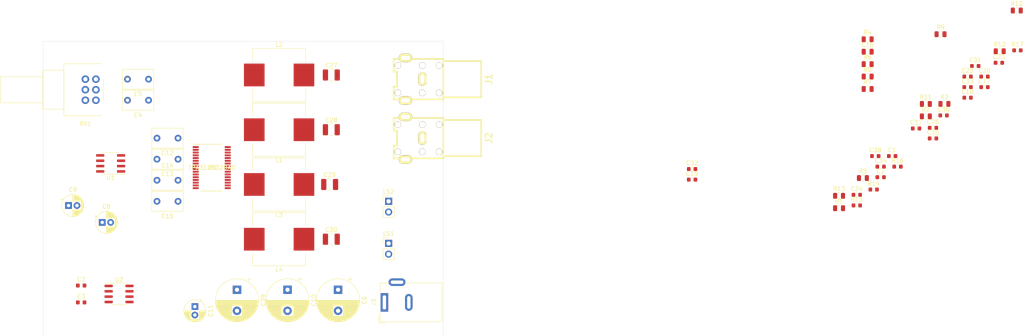
<source format=kicad_pcb>
(kicad_pcb (version 20171130) (host pcbnew "(5.1.5)-3")
  (layers (0 F.Cu signal) (31 B.Cu signal) (34 B.Paste user) (35 F.Paste user) (36 B.SilkS user) (37 F.SilkS user) (38 B.Mask user) (39 F.Mask user) (44 Edge.Cuts user))
  (net 0 "")
  (net 1 +12V)
  (net 2 GNDA)
  (net 3 GNDD)
  (net 4 VCC)
  (net 5 "Net-(C4-Pad2)")
  (net 6 "Net-(C4-Pad1)")
  (net 7 "Net-(C5-Pad2)")
  (net 8 "Net-(C5-Pad1)")
  (net 9 "Net-(C10-Pad1)")
  (net 10 "Net-(C8-Pad1)")
  (net 11 "Net-(C9-Pad1)")
  (net 12 /RIN)
  (net 13 "Net-(C13-Pad1)")
  (net 14 "Net-(C15-Pad1)")
  (net 15 "Net-(C16-Pad1)")
  (net 16 "Net-(C23-Pad2)")
  (net 17 "Net-(C23-Pad1)")
  (net 18 "Net-(C24-Pad2)")
  (net 19 "Net-(C24-Pad1)")
  (net 20 "Net-(C25-Pad2)")
  (net 21 "Net-(C25-Pad1)")
  (net 22 "Net-(C26-Pad2)")
  (net 23 "Net-(C26-Pad1)")
  (net 24 "Net-(C27-Pad1)")
  (net 25 "Net-(C28-Pad2)")
  (net 26 "Net-(C29-Pad1)")
  (net 27 "Net-(C30-Pad2)")
  (net 28 "Net-(C35-Pad2)")
  (net 29 "Net-(C36-Pad1)")
  (net 30 "Net-(C37-Pad2)")
  (net 31 "Net-(C38-Pad1)")
  (net 32 "Net-(J1-Pad1)")
  (net 33 "Net-(J2-Pad1)")
  (net 34 "Net-(R1-Pad1)")
  (net 35 "Net-(R2-Pad1)")
  (net 36 "Net-(R5-Pad2)")
  (net 37 "Net-(R6-Pad2)")
  (net 38 "Net-(R7-Pad1)")
  (net 39 "Net-(R10-Pad1)")
  (net 40 "Net-(R11-Pad2)")
  (net 41 "Net-(R13-Pad2)")
  (net 42 "Net-(U2-Pad5)")
  (net 43 "Net-(U2-Pad4)")
  (net 44 /SDZ)
  (net 45 /FAULT)
  (net 46 "Net-(C12-Pad1)")
  (net 47 "Net-(C14-Pad1)")
  (net 48 /LIN)
  (module Connector_PinHeader_2.54mm:PinHeader_1x02_P2.54mm_Vertical (layer F.Cu) (at 133 85)
    (fp_text reference LS2 (at 0 -2.33) (layer F.SilkS))
    (fp_text value L)
    (pad 2 thru_hole oval (at 0 2.54) (size 1.7 1.7) (drill 1) (layers *.Cu *.Mask) (net 27 "Net-(C30-Pad2)"))
    (pad 1 thru_hole rect (at 0 0) (size 1.7 1.7) (drill 1) (layers *.Cu *.Mask) (net 26 "Net-(C29-Pad1)"))
  )
  (module Connector_PinHeader_2.54mm:PinHeader_1x02_P2.54mm_Vertical (layer F.Cu) (at 133 95)
    (fp_text reference LS1 (at 0 -2.33) (layer F.SilkS))
    (fp_text value L)
    (pad 2 thru_hole oval (at 0 2.54) (size 1.7 1.7) (drill 1) (layers *.Cu *.Mask) (net 25 "Net-(C28-Pad2)"))
    (pad 1 thru_hole rect (at 0 0) (size 1.7 1.7) (drill 1) (layers *.Cu *.Mask) (net 24 "Net-(C27-Pad1)"))
  )
  (module AmpProject:TPA3126D2DAD (layer F.Cu) (at 91 77)
    (fp_text reference U3 (at 0 0) (layer F.SilkS))
    (fp_text value TPA3126D2DAD (at 0 0) (layer F.SilkS))
    (fp_text user * (at 0 0) (layer F.SilkS))
    (pad 1 smd rect (at -3.8 -4.874999 90) (size 0.449999 1.4) (layers F.Cu F.Paste F.Mask) (net 15 "Net-(C16-Pad1)"))
    (pad 2 smd rect (at -3.8 -4.224998 90) (size 0.449999 1.4) (layers F.Cu F.Paste F.Mask) (net 44 /SDZ))
    (pad 3 smd rect (at -3.8 -3.574999 90) (size 0.449999 1.4) (layers F.Cu F.Paste F.Mask) (net 45 /FAULT))
    (pad 4 smd rect (at -3.8 -2.924998 90) (size 0.449999 1.4) (layers F.Cu F.Paste F.Mask) (net 46 "Net-(C12-Pad1)"))
    (pad 5 smd rect (at -3.8 -2.274999 90) (size 0.449999 1.4) (layers F.Cu F.Paste F.Mask) (net 13 "Net-(C13-Pad1)"))
    (pad 6 smd rect (at -3.8 -1.624998 90) (size 0.449999 1.4) (layers F.Cu F.Paste F.Mask) (net 15 "Net-(C16-Pad1)"))
    (pad 7 smd rect (at -3.8 -0.974999 90) (size 0.449999 1.4) (layers F.Cu F.Paste F.Mask) (net 15 "Net-(C16-Pad1)"))
    (pad 8 smd rect (at -3.8 -0.324998 90) (size 0.449999 1.4) (layers F.Cu F.Paste F.Mask) (net 40 "Net-(R11-Pad2)"))
    (pad 9 smd rect (at -3.8 0.325001 90) (size 0.449999 1.4) (layers F.Cu F.Paste F.Mask) (net 3 GNDD))
    (pad 10 smd rect (at -3.8 0.975002 90) (size 0.449999 1.4) (layers F.Cu F.Paste F.Mask) (net 47 "Net-(C14-Pad1)"))
    (pad 11 smd rect (at -3.8 1.625001 90) (size 0.449999 1.4) (layers F.Cu F.Paste F.Mask) (net 14 "Net-(C15-Pad1)"))
    (pad 12 smd rect (at -3.8 2.275002 90) (size 0.449999 1.4) (layers F.Cu F.Paste F.Mask) (net 41 "Net-(R13-Pad2)"))
    (pad 13 smd rect (at -3.8 2.925 90) (size 0.449999 1.4) (layers F.Cu F.Paste F.Mask) (net 3 GNDD))
    (pad 14 smd rect (at -3.8 3.575002 90) (size 0.449999 1.4) (layers F.Cu F.Paste F.Mask) (net 3 GNDD))
    (pad 15 smd rect (at -3.8 4.225 90) (size 0.449999 1.4) (layers F.Cu F.Paste F.Mask) (net 3 GNDD))
    (pad 16 smd rect (at -3.8 4.875002 90) (size 0.449999 1.4) (layers F.Cu F.Paste F.Mask) (net 3 GNDD))
    (pad 17 smd rect (at 3.8 4.875002 90) (size 0.449999 1.4) (layers F.Cu F.Paste F.Mask) (net 4 VCC))
    (pad 18 smd rect (at 3.8 4.225 90) (size 0.449999 1.4) (layers F.Cu F.Paste F.Mask) (net 4 VCC))
    (pad 19 smd rect (at 3.8 3.575002 90) (size 0.449999 1.4) (layers F.Cu F.Paste F.Mask) (net 4 VCC))
    (pad 20 smd rect (at 3.8 2.925 90) (size 0.449999 1.4) (layers F.Cu F.Paste F.Mask) (net 22 "Net-(C26-Pad2)"))
    (pad 21 smd rect (at 3.8 2.275002 90) (size 0.449999 1.4) (layers F.Cu F.Paste F.Mask) (net 23 "Net-(C26-Pad1)"))
    (pad 22 smd rect (at 3.8 1.625001 90) (size 0.449999 1.4) (layers F.Cu F.Paste F.Mask) (net 3 GNDD))
    (pad 23 smd rect (at 3.8 0.975002 90) (size 0.449999 1.4) (layers F.Cu F.Paste F.Mask) (net 21 "Net-(C25-Pad1)"))
    (pad 24 smd rect (at 3.8 0.325001 90) (size 0.449999 1.4) (layers F.Cu F.Paste F.Mask) (net 20 "Net-(C25-Pad2)"))
    (pad 25 smd rect (at 3.8 -0.324998 90) (size 0.449999 1.4) (layers F.Cu F.Paste F.Mask) (net 3 GNDD))
    (pad 26 smd rect (at 3.8 -0.974999 90) (size 0.449999 1.4) (layers F.Cu F.Paste F.Mask) (net 18 "Net-(C24-Pad2)"))
    (pad 27 smd rect (at 3.8 -1.624998 90) (size 0.449999 1.4) (layers F.Cu F.Paste F.Mask) (net 19 "Net-(C24-Pad1)"))
    (pad 28 smd rect (at 3.8 -2.274999 90) (size 0.449999 1.4) (layers F.Cu F.Paste F.Mask) (net 3 GNDD))
    (pad 29 smd rect (at 3.8 -2.924998 90) (size 0.449999 1.4) (layers F.Cu F.Paste F.Mask) (net 17 "Net-(C23-Pad1)"))
    (pad 30 smd rect (at 3.8 -3.574999 90) (size 0.449999 1.4) (layers F.Cu F.Paste F.Mask) (net 16 "Net-(C23-Pad2)"))
    (pad 31 smd rect (at 3.8 -4.224998 90) (size 0.449999 1.4) (layers F.Cu F.Paste F.Mask) (net 4 VCC))
    (pad 32 smd rect (at 3.8 -4.874999 90) (size 0.449999 1.4) (layers F.Cu F.Paste F.Mask) (net 4 VCC))
  )
  (module Package_SO:SOIC-8_3.9x4.9mm_P1.27mm (layer F.Cu) (at 69 107)
    (fp_text reference U2 (at 0 -3.4) (layer F.SilkS))
    (fp_text value MC78L12_SO8)
    (pad 8 smd roundrect (at 2.475 -1.905) (size 1.95 0.6) (layers F.Cu F.Paste F.Mask) (net 4 VCC))
    (pad 7 smd roundrect (at 2.475 -0.635) (size 1.95 0.6) (layers F.Cu F.Paste F.Mask) (net 3 GNDD))
    (pad 6 smd roundrect (at 2.475 0.635) (size 1.95 0.6) (layers F.Cu F.Paste F.Mask) (net 3 GNDD))
    (pad 5 smd roundrect (at 2.475 1.905) (size 1.95 0.6) (layers F.Cu F.Paste F.Mask) (net 42 "Net-(U2-Pad5)"))
    (pad 4 smd roundrect (at -2.475 1.905) (size 1.95 0.6) (layers F.Cu F.Paste F.Mask) (net 43 "Net-(U2-Pad4)"))
    (pad 3 smd roundrect (at -2.475 0.635) (size 1.95 0.6) (layers F.Cu F.Paste F.Mask) (net 3 GNDD))
    (pad 2 smd roundrect (at -2.475 -0.635) (size 1.95 0.6) (layers F.Cu F.Paste F.Mask) (net 3 GNDD))
    (pad 1 smd roundrect (at -2.475 -1.905) (size 1.95 0.6) (layers F.Cu F.Paste F.Mask) (net 1 +12V))
  )
  (module Package_SO:SOIC-8_3.9x4.9mm_P1.27mm (layer F.Cu) (at 67 76 180)
    (fp_text reference U1 (at 0 -3.4) (layer F.SilkS))
    (fp_text value NE5532)
    (pad 8 smd roundrect (at 2.475 -1.905 180) (size 1.95 0.6) (layers F.Cu F.Paste F.Mask) (net 1 +12V))
    (pad 7 smd roundrect (at 2.475 -0.635 180) (size 1.95 0.6) (layers F.Cu F.Paste F.Mask) (net 39 "Net-(R10-Pad1)"))
    (pad 6 smd roundrect (at 2.475 0.635 180) (size 1.95 0.6) (layers F.Cu F.Paste F.Mask) (net 37 "Net-(R6-Pad2)"))
    (pad 5 smd roundrect (at 2.475 1.905 180) (size 1.95 0.6) (layers F.Cu F.Paste F.Mask) (net 35 "Net-(R2-Pad1)"))
    (pad 4 smd roundrect (at -2.475 1.905 180) (size 1.95 0.6) (layers F.Cu F.Paste F.Mask) (net 2 GNDA))
    (pad 3 smd roundrect (at -2.475 0.635 180) (size 1.95 0.6) (layers F.Cu F.Paste F.Mask) (net 34 "Net-(R1-Pad1)"))
    (pad 2 smd roundrect (at -2.475 -0.635 180) (size 1.95 0.6) (layers F.Cu F.Paste F.Mask) (net 36 "Net-(R5-Pad2)"))
    (pad 1 smd roundrect (at -2.475 -1.905 180) (size 1.95 0.6) (layers F.Cu F.Paste F.Mask) (net 38 "Net-(R7-Pad1)"))
  )
  (module AmpProject:Potentiometer_Bourns_PTD90_Double (layer F.Cu) (at 61 56 180)
    (fp_text reference RV1 (at 0 -10.6) (layer F.SilkS))
    (fp_text value R_POT_Dual-Device)
    (pad 3 thru_hole circle (at 0 -5 180) (size 1.8 1.8) (drill 1) (layers *.Cu *.Mask) (net 2 GNDA))
    (pad 2 thru_hole circle (at 0 -2.5 180) (size 1.8 1.8) (drill 1) (layers *.Cu *.Mask) (net 5 "Net-(C4-Pad2)"))
    (pad 1 thru_hole circle (at 0 0 180) (size 1.8 1.8) (drill 1) (layers *.Cu *.Mask) (net 32 "Net-(J1-Pad1)"))
    (pad 6 thru_hole circle (at -2.5 -5 180) (size 1.8 1.8) (drill 1) (layers *.Cu *.Mask) (net 2 GNDA))
    (pad 5 thru_hole circle (at -2.5 -2.5 180) (size 1.8 1.8) (drill 1) (layers *.Cu *.Mask) (net 7 "Net-(C5-Pad2)"))
    (pad 4 thru_hole circle (at -2.5 0 180) (size 1.8 1.8) (drill 1) (layers *.Cu *.Mask) (net 33 "Net-(J2-Pad1)"))
  )
  (module Resistor_SMD:R_0603_1608Metric (layer F.Cu) (at 282.325001 49.155001)
    (fp_text reference R17 (at 0 -1.43) (layer F.SilkS))
    (fp_text value 10R)
    (pad 2 smd roundrect (at 0.7875 0) (size 0.875 0.95) (layers F.Cu F.Paste F.Mask) (net 31 "Net-(C38-Pad1)"))
    (pad 1 smd roundrect (at -0.7875 0) (size 0.875 0.95) (layers F.Cu F.Paste F.Mask) (net 2 GNDA))
  )
  (module Resistor_SMD:R_0603_1608Metric (layer F.Cu) (at 253.845001 76.765001)
    (fp_text reference R16 (at 0 -1.43) (layer F.SilkS))
    (fp_text value 10R)
    (pad 2 smd roundrect (at 0.7875 0) (size 0.875 0.95) (layers F.Cu F.Paste F.Mask) (net 2 GNDA))
    (pad 1 smd roundrect (at -0.7875 0) (size 0.875 0.95) (layers F.Cu F.Paste F.Mask) (net 30 "Net-(C37-Pad2)"))
  )
  (module Resistor_SMD:R_0603_1608Metric (layer F.Cu) (at 244.175001 85.975001)
    (fp_text reference R15 (at 0 -1.43) (layer F.SilkS))
    (fp_text value 10R)
    (pad 2 smd roundrect (at 0.7875 0) (size 0.875 0.95) (layers F.Cu F.Paste F.Mask) (net 29 "Net-(C36-Pad1)"))
    (pad 1 smd roundrect (at -0.7875 0) (size 0.875 0.95) (layers F.Cu F.Paste F.Mask) (net 2 GNDA))
  )
  (module Resistor_SMD:R_0603_1608Metric (layer F.Cu) (at 248.185001 82.205001)
    (fp_text reference R14 (at 0 -1.43) (layer F.SilkS))
    (fp_text value 10R)
    (pad 2 smd roundrect (at 0.7875 0) (size 0.875 0.95) (layers F.Cu F.Paste F.Mask) (net 2 GNDA))
    (pad 1 smd roundrect (at -0.7875 0) (size 0.875 0.95) (layers F.Cu F.Paste F.Mask) (net 28 "Net-(C35-Pad2)"))
  )
  (module Resistor_SMD:R_0805_2012Metric (layer F.Cu) (at 239.965001 83.685001)
    (fp_text reference R13 (at 0 -1.65) (layer F.SilkS))
    (fp_text value 100k)
    (pad 2 smd roundrect (at 0.9375 0) (size 0.975 1.4) (layers F.Cu F.Paste F.Mask) (net 41 "Net-(R13-Pad2)"))
    (pad 1 smd roundrect (at -0.9375 0) (size 0.975 1.4) (layers F.Cu F.Paste F.Mask) (net 3 GNDD))
  )
  (module Resistor_SMD:R_0805_2012Metric (layer F.Cu) (at 278.115001 49.375001)
    (fp_text reference R12 (at 0 -1.65) (layer F.SilkS))
    (fp_text value 20k)
    (pad 2 smd roundrect (at 0.9375 0) (size 0.975 1.4) (layers F.Cu F.Paste F.Mask) (net 3 GNDD))
    (pad 1 smd roundrect (at -0.9375 0) (size 0.975 1.4) (layers F.Cu F.Paste F.Mask) (net 40 "Net-(R11-Pad2)"))
  )
  (module Resistor_SMD:R_0805_2012Metric (layer F.Cu) (at 260.575001 61.875001)
    (fp_text reference R11 (at 0 -1.65) (layer F.SilkS))
    (fp_text value 100k)
    (pad 2 smd roundrect (at 0.9375 0) (size 0.975 1.4) (layers F.Cu F.Paste F.Mask) (net 40 "Net-(R11-Pad2)"))
    (pad 1 smd roundrect (at -0.9375 0) (size 0.975 1.4) (layers F.Cu F.Paste F.Mask) (net 15 "Net-(C16-Pad1)"))
  )
  (module Resistor_SMD:R_0805_2012Metric (layer F.Cu) (at 282.165001 39.695001)
    (fp_text reference R10 (at 0 -1.65) (layer F.SilkS))
    (fp_text value 47k)
    (pad 2 smd roundrect (at 0.9375 0) (size 0.975 1.4) (layers F.Cu F.Paste F.Mask) (net 48 /LIN))
    (pad 1 smd roundrect (at -0.9375 0) (size 0.975 1.4) (layers F.Cu F.Paste F.Mask) (net 39 "Net-(R10-Pad1)"))
  )
  (module Resistor_SMD:R_0805_2012Metric (layer F.Cu) (at 264.055001 45.325001)
    (fp_text reference R9 (at 0 -1.65) (layer F.SilkS))
    (fp_text value 47k)
    (pad 2 smd roundrect (at 0.9375 0) (size 0.975 1.4) (layers F.Cu F.Paste F.Mask) (net 12 /RIN))
    (pad 1 smd roundrect (at -0.9375 0) (size 0.975 1.4) (layers F.Cu F.Paste F.Mask) (net 38 "Net-(R7-Pad1)"))
  )
  (module Resistor_SMD:R_0805_2012Metric (layer F.Cu) (at 246.755001 55.375001)
    (fp_text reference R8 (at 0 -1.65) (layer F.SilkS))
    (fp_text value 1k)
    (pad 2 smd roundrect (at 0.9375 0) (size 0.975 1.4) (layers F.Cu F.Paste F.Mask) (net 37 "Net-(R6-Pad2)"))
    (pad 1 smd roundrect (at -0.9375 0) (size 0.975 1.4) (layers F.Cu F.Paste F.Mask) (net 39 "Net-(R10-Pad1)"))
  )
  (module Resistor_SMD:R_0805_2012Metric (layer F.Cu) (at 246.755001 58.325001)
    (fp_text reference R7 (at 0 -1.65) (layer F.SilkS))
    (fp_text value 1k)
    (pad 2 smd roundrect (at 0.9375 0) (size 0.975 1.4) (layers F.Cu F.Paste F.Mask) (net 36 "Net-(R5-Pad2)"))
    (pad 1 smd roundrect (at -0.9375 0) (size 0.975 1.4) (layers F.Cu F.Paste F.Mask) (net 38 "Net-(R7-Pad1)"))
  )
  (module Resistor_SMD:R_0805_2012Metric (layer F.Cu) (at 246.755001 52.425001)
    (fp_text reference R6 (at 0 -1.65) (layer F.SilkS))
    (fp_text value 680)
    (pad 2 smd roundrect (at 0.9375 0) (size 0.975 1.4) (layers F.Cu F.Paste F.Mask) (net 37 "Net-(R6-Pad2)"))
    (pad 1 smd roundrect (at -0.9375 0) (size 0.975 1.4) (layers F.Cu F.Paste F.Mask) (net 11 "Net-(C9-Pad1)"))
  )
  (module Resistor_SMD:R_0805_2012Metric (layer F.Cu) (at 245.625001 79.475001)
    (fp_text reference R5 (at 0 -1.65) (layer F.SilkS))
    (fp_text value 680)
    (pad 2 smd roundrect (at 0.9375 0) (size 0.975 1.4) (layers F.Cu F.Paste F.Mask) (net 36 "Net-(R5-Pad2)"))
    (pad 1 smd roundrect (at -0.9375 0) (size 0.975 1.4) (layers F.Cu F.Paste F.Mask) (net 10 "Net-(C8-Pad1)"))
  )
  (module Resistor_SMD:R_0805_2012Metric (layer F.Cu) (at 246.755001 46.525001)
    (fp_text reference R4 (at 0 -1.65) (layer F.SilkS))
    (fp_text value 47k)
    (pad 2 smd roundrect (at 0.9375 0) (size 0.975 1.4) (layers F.Cu F.Paste F.Mask) (net 35 "Net-(R2-Pad1)"))
    (pad 1 smd roundrect (at -0.9375 0) (size 0.975 1.4) (layers F.Cu F.Paste F.Mask) (net 2 GNDA))
  )
  (module Resistor_SMD:R_0805_2012Metric (layer F.Cu) (at 264.985001 61.875001)
    (fp_text reference R3 (at 0 -1.65) (layer F.SilkS))
    (fp_text value 47k)
    (pad 2 smd roundrect (at 0.9375 0) (size 0.975 1.4) (layers F.Cu F.Paste F.Mask) (net 34 "Net-(R1-Pad1)"))
    (pad 1 smd roundrect (at -0.9375 0) (size 0.975 1.4) (layers F.Cu F.Paste F.Mask) (net 2 GNDA))
  )
  (module Resistor_SMD:R_0805_2012Metric (layer F.Cu) (at 260.575001 64.825001)
    (fp_text reference R2 (at 0 -1.65) (layer F.SilkS))
    (fp_text value 1k)
    (pad 2 smd roundrect (at 0.9375 0) (size 0.975 1.4) (layers F.Cu F.Paste F.Mask) (net 8 "Net-(C5-Pad1)"))
    (pad 1 smd roundrect (at -0.9375 0) (size 0.975 1.4) (layers F.Cu F.Paste F.Mask) (net 35 "Net-(R2-Pad1)"))
  )
  (module Resistor_SMD:R_0805_2012Metric (layer F.Cu) (at 239.965001 86.635001)
    (fp_text reference R1 (at 0 -1.65) (layer F.SilkS))
    (fp_text value 1k)
    (pad 2 smd roundrect (at 0.9375 0) (size 0.975 1.4) (layers F.Cu F.Paste F.Mask) (net 6 "Net-(C4-Pad1)"))
    (pad 1 smd roundrect (at -0.9375 0) (size 0.975 1.4) (layers F.Cu F.Paste F.Mask) (net 34 "Net-(R1-Pad1)"))
  )
  (module Inductor_SMD:L_Wuerth_WE-PD-Typ-LS_Handsoldering (layer F.Cu) (at 107 94 180)
    (fp_text reference L4 (at 0 -7.2) (layer F.SilkS))
    (fp_text value 10u)
    (pad 2 smd rect (at 5.9 0 180) (size 4.9 5.4) (layers F.Cu F.Paste F.Mask) (net 23 "Net-(C26-Pad1)"))
    (pad 1 smd rect (at -5.9 0 180) (size 4.9 5.4) (layers F.Cu F.Paste F.Mask) (net 27 "Net-(C30-Pad2)"))
  )
  (module Inductor_SMD:L_Wuerth_WE-PD-Typ-LS_Handsoldering (layer F.Cu) (at 107 81 180)
    (fp_text reference L3 (at 0 -7.2) (layer F.SilkS))
    (fp_text value 10u)
    (pad 2 smd rect (at 5.9 0 180) (size 4.9 5.4) (layers F.Cu F.Paste F.Mask) (net 21 "Net-(C25-Pad1)"))
    (pad 1 smd rect (at -5.9 0 180) (size 4.9 5.4) (layers F.Cu F.Paste F.Mask) (net 26 "Net-(C29-Pad1)"))
  )
  (module Inductor_SMD:L_Wuerth_WE-PD-Typ-LS_Handsoldering (layer F.Cu) (at 107 55)
    (fp_text reference L2 (at 0 -7.2) (layer F.SilkS))
    (fp_text value 10u)
    (pad 2 smd rect (at 5.9 0) (size 4.9 5.4) (layers F.Cu F.Paste F.Mask) (net 19 "Net-(C24-Pad1)"))
    (pad 1 smd rect (at -5.9 0) (size 4.9 5.4) (layers F.Cu F.Paste F.Mask) (net 25 "Net-(C28-Pad2)"))
  )
  (module Inductor_SMD:L_Wuerth_WE-PD-Typ-LS_Handsoldering (layer F.Cu) (at 107 68 180)
    (fp_text reference L1 (at 0 -7.2) (layer F.SilkS))
    (fp_text value 10u)
    (pad 2 smd rect (at 5.9 0 180) (size 4.9 5.4) (layers F.Cu F.Paste F.Mask) (net 17 "Net-(C23-Pad1)"))
    (pad 1 smd rect (at -5.9 0 180) (size 4.9 5.4) (layers F.Cu F.Paste F.Mask) (net 24 "Net-(C27-Pad1)"))
  )
  (module Connector_BarrelJack:BarrelJack_Wuerth_6941xx301002 (layer F.Cu) (at 132 109 90)
    (fp_text reference J3 (at 0 -2.5 90) (layer F.SilkS))
    (fp_text value Barrel_Jack)
    (pad 1 thru_hole rect (at 0 0 90) (size 4.4 1.8) (drill oval 3.4 0.8) (layers *.Cu *.Mask) (net 9 "Net-(C10-Pad1)"))
    (pad 2 thru_hole oval (at 0 5.8 90) (size 4 1.8) (drill oval 3 0.8) (layers *.Cu *.Mask) (net 3 GNDD))
    (pad 3 thru_hole oval (at 4.8 3 180) (size 4 1.8) (drill oval 3 0.8) (layers *.Cu *.Mask))
  )
  (module AmpProject:rca (layer F.Cu) (at 141 70 90)
    (fp_text reference J2 (at 0 15.7988 90) (layer F.SilkS) (effects (font (size 1.524 1.524) (thickness 0.3048))))
    (fp_text value Conn_Coaxial hide)
    (pad "" np_thru_hole circle (at -3.25 -5.8 90) (size 1.524 1.524) (drill 1.4) (layers *.Cu *.Mask))
    (pad "" np_thru_hole circle (at -3.25 0 90) (size 1.524 1.524) (drill 1.4) (layers *.Cu *.Mask))
    (pad "" np_thru_hole circle (at -3.25 4 90) (size 1.524 1.524) (drill 1.4) (layers *.Cu *.Mask))
    (pad "" np_thru_hole circle (at 3.25 4 90) (size 1.524 1.524) (drill 1.4) (layers *.Cu *.Mask))
    (pad "" np_thru_hole circle (at 3.25 0 90) (size 1.524 1.524) (drill 1.4) (layers *.Cu *.Mask))
    (pad "" np_thru_hole circle (at 3.25 -5.8 90) (size 1.524 1.524) (drill 1.4) (layers *.Cu *.Mask))
    (pad 2 thru_hole oval (at 5.0546 -3.99796 90) (size 1.99898 3.19786) (drill oval 0.99568 2.1971) (layers *.Cu *.Mask F.SilkS) (net 2 GNDA))
    (pad 1 thru_hole oval (at 0 0 90) (size 3.19786 1.99898) (drill oval 2.1971 0.99568) (layers *.Cu *.Mask F.SilkS) (net 33 "Net-(J2-Pad1)"))
    (pad 2 thru_hole oval (at -5.0546 -3.99796 90) (size 1.99898 3.19786) (drill oval 0.99568 2.1971) (layers *.Cu *.Mask F.SilkS) (net 2 GNDA))
  )
  (module AmpProject:rca (layer F.Cu) (at 141 56 90)
    (fp_text reference J1 (at 0 15.7988 90) (layer F.SilkS) (effects (font (size 1.524 1.524) (thickness 0.3048))))
    (fp_text value Conn_Coaxial hide)
    (pad "" np_thru_hole circle (at -3.25 -5.8 90) (size 1.524 1.524) (drill 1.4) (layers *.Cu *.Mask))
    (pad "" np_thru_hole circle (at -3.25 0 90) (size 1.524 1.524) (drill 1.4) (layers *.Cu *.Mask))
    (pad "" np_thru_hole circle (at -3.25 4 90) (size 1.524 1.524) (drill 1.4) (layers *.Cu *.Mask))
    (pad "" np_thru_hole circle (at 3.25 4 90) (size 1.524 1.524) (drill 1.4) (layers *.Cu *.Mask))
    (pad "" np_thru_hole circle (at 3.25 0 90) (size 1.524 1.524) (drill 1.4) (layers *.Cu *.Mask))
    (pad "" np_thru_hole circle (at 3.25 -5.8 90) (size 1.524 1.524) (drill 1.4) (layers *.Cu *.Mask))
    (pad 2 thru_hole oval (at 5.0546 -3.99796 90) (size 1.99898 3.19786) (drill oval 0.99568 2.1971) (layers *.Cu *.Mask F.SilkS) (net 2 GNDA))
    (pad 1 thru_hole oval (at 0 0 90) (size 3.19786 1.99898) (drill oval 2.1971 0.99568) (layers *.Cu *.Mask F.SilkS) (net 32 "Net-(J1-Pad1)"))
    (pad 2 thru_hole oval (at -5.0546 -3.99796 90) (size 1.99898 3.19786) (drill oval 0.99568 2.1971) (layers *.Cu *.Mask F.SilkS) (net 2 GNDA))
  )
  (module Capacitor_THT:CP_Radial_D10.0mm_P5.00mm (layer F.Cu) (at 97 106 270)
    (fp_text reference C39 (at 2.5 -6.25 90) (layer F.SilkS))
    (fp_text value 220uf)
    (pad 2 thru_hole circle (at 5 0 270) (size 2 2) (drill 1) (layers *.Cu *.Mask) (net 3 GNDD))
    (pad 1 thru_hole rect (at 0 0 270) (size 2 2) (drill 1) (layers *.Cu *.Mask) (net 9 "Net-(C10-Pad1)"))
  )
  (module Capacitor_SMD:C_0603_1608Metric (layer F.Cu) (at 248.565001 74.255001)
    (fp_text reference C38 (at 0 -1.43) (layer F.SilkS))
    (fp_text value 10n)
    (pad 2 smd roundrect (at 0.7875 0) (size 0.875 0.95) (layers F.Cu F.Paste F.Mask) (net 27 "Net-(C30-Pad2)"))
    (pad 1 smd roundrect (at -0.7875 0) (size 0.875 0.95) (layers F.Cu F.Paste F.Mask) (net 31 "Net-(C38-Pad1)"))
  )
  (module Capacitor_SMD:C_0603_1608Metric (layer F.Cu) (at 258.255001 67.705001)
    (fp_text reference C37 (at 0 -1.43) (layer F.SilkS))
    (fp_text value 10n)
    (pad 2 smd roundrect (at 0.7875 0) (size 0.875 0.95) (layers F.Cu F.Paste F.Mask) (net 30 "Net-(C37-Pad2)"))
    (pad 1 smd roundrect (at -0.7875 0) (size 0.875 0.95) (layers F.Cu F.Paste F.Mask) (net 26 "Net-(C29-Pad1)"))
  )
  (module Capacitor_SMD:C_0603_1608Metric (layer F.Cu) (at 264.785001 64.605001)
    (fp_text reference C36 (at 0 -1.43) (layer F.SilkS))
    (fp_text value 10n)
    (pad 2 smd roundrect (at 0.7875 0) (size 0.875 0.95) (layers F.Cu F.Paste F.Mask) (net 25 "Net-(C28-Pad2)"))
    (pad 1 smd roundrect (at -0.7875 0) (size 0.875 0.95) (layers F.Cu F.Paste F.Mask) (net 29 "Net-(C36-Pad1)"))
  )
  (module Capacitor_SMD:C_0603_1608Metric (layer F.Cu) (at 262.265001 70.065001)
    (fp_text reference C35 (at 0 -1.43) (layer F.SilkS))
    (fp_text value 10n)
    (pad 2 smd roundrect (at 0.7875 0) (size 0.875 0.95) (layers F.Cu F.Paste F.Mask) (net 28 "Net-(C35-Pad2)"))
    (pad 1 smd roundrect (at -0.7875 0) (size 0.875 0.95) (layers F.Cu F.Paste F.Mask) (net 24 "Net-(C27-Pad1)"))
  )
  (module Capacitor_SMD:C_0603_1608Metric (layer F.Cu) (at 249.835001 76.765001)
    (fp_text reference C34 (at 0 -1.43) (layer F.SilkS))
    (fp_text value 1n)
    (pad 2 smd roundrect (at 0.7875 0) (size 0.875 0.95) (layers F.Cu F.Paste F.Mask) (net 27 "Net-(C30-Pad2)"))
    (pad 1 smd roundrect (at -0.7875 0) (size 0.875 0.95) (layers F.Cu F.Paste F.Mask) (net 2 GNDA))
  )
  (module Capacitor_SMD:C_0603_1608Metric (layer F.Cu) (at 270.485001 57.885001)
    (fp_text reference C33 (at 0 -1.43) (layer F.SilkS))
    (fp_text value 1n)
    (pad 2 smd roundrect (at 0.7875 0) (size 0.875 0.95) (layers F.Cu F.Paste F.Mask) (net 2 GNDA))
    (pad 1 smd roundrect (at -0.7875 0) (size 0.875 0.95) (layers F.Cu F.Paste F.Mask) (net 26 "Net-(C29-Pad1)"))
  )
  (module Capacitor_SMD:C_0603_1608Metric (layer F.Cu) (at 205.065001 77.335001)
    (fp_text reference C32 (at 0 -1.43) (layer F.SilkS))
    (fp_text value 1n)
    (pad 2 smd roundrect (at 0.7875 0) (size 0.875 0.95) (layers F.Cu F.Paste F.Mask) (net 25 "Net-(C28-Pad2)"))
    (pad 1 smd roundrect (at -0.7875 0) (size 0.875 0.95) (layers F.Cu F.Paste F.Mask) (net 2 GNDA))
  )
  (module Capacitor_SMD:C_0603_1608Metric (layer F.Cu) (at 272.305001 52.865001)
    (fp_text reference C31 (at 0 -1.43) (layer F.SilkS))
    (fp_text value 1n)
    (pad 2 smd roundrect (at 0.7875 0) (size 0.875 0.95) (layers F.Cu F.Paste F.Mask) (net 2 GNDA))
    (pad 1 smd roundrect (at -0.7875 0) (size 0.875 0.95) (layers F.Cu F.Paste F.Mask) (net 24 "Net-(C27-Pad1)"))
  )
  (module Capacitor_SMD:C_1210_3225Metric (layer F.Cu) (at 119.4 94)
    (fp_text reference C30 (at 0 -2.28) (layer F.SilkS))
    (fp_text value 680n)
    (pad 2 smd roundrect (at 1.4 0) (size 1.25 2.65) (layers F.Cu F.Paste F.Mask) (roundrect_rratio 0.2) (net 27 "Net-(C30-Pad2)"))
    (pad 1 smd roundrect (at -1.4 0) (size 1.25 2.65) (layers F.Cu F.Paste F.Mask) (roundrect_rratio 0.2) (net 2 GNDA))
  )
  (module Capacitor_SMD:C_1210_3225Metric (layer F.Cu) (at 119 81)
    (fp_text reference C29 (at 0 -2.28) (layer F.SilkS))
    (fp_text value 680n)
    (pad 2 smd roundrect (at 1.4 0) (size 1.25 2.65) (layers F.Cu F.Paste F.Mask) (roundrect_rratio 0.2) (net 2 GNDA))
    (pad 1 smd roundrect (at -1.4 0) (size 1.25 2.65) (layers F.Cu F.Paste F.Mask) (roundrect_rratio 0.2) (net 26 "Net-(C29-Pad1)"))
  )
  (module Capacitor_SMD:C_1210_3225Metric (layer F.Cu) (at 119.4 68)
    (fp_text reference C28 (at 0 -2.28) (layer F.SilkS))
    (fp_text value 680n)
    (pad 2 smd roundrect (at 1.4 0) (size 1.25 2.65) (layers F.Cu F.Paste F.Mask) (roundrect_rratio 0.2) (net 25 "Net-(C28-Pad2)"))
    (pad 1 smd roundrect (at -1.4 0) (size 1.25 2.65) (layers F.Cu F.Paste F.Mask) (roundrect_rratio 0.2) (net 2 GNDA))
  )
  (module Capacitor_SMD:C_1210_3225Metric (layer F.Cu) (at 119.4 55)
    (fp_text reference C27 (at 0 -2.28) (layer F.SilkS))
    (fp_text value 680n)
    (pad 2 smd roundrect (at 1.4 0) (size 1.25 2.65) (layers F.Cu F.Paste F.Mask) (roundrect_rratio 0.2) (net 2 GNDA))
    (pad 1 smd roundrect (at -1.4 0) (size 1.25 2.65) (layers F.Cu F.Paste F.Mask) (roundrect_rratio 0.2) (net 24 "Net-(C27-Pad1)"))
  )
  (module Capacitor_SMD:C_0603_1608Metric (layer F.Cu) (at 262.265001 67.555001)
    (fp_text reference C26 (at 0 -1.43) (layer F.SilkS))
    (fp_text value 220n)
    (pad 2 smd roundrect (at 0.7875 0) (size 0.875 0.95) (layers F.Cu F.Paste F.Mask) (net 22 "Net-(C26-Pad2)"))
    (pad 1 smd roundrect (at -0.7875 0) (size 0.875 0.95) (layers F.Cu F.Paste F.Mask) (net 23 "Net-(C26-Pad1)"))
  )
  (module Capacitor_SMD:C_0603_1608Metric (layer F.Cu) (at 270.485001 55.375001)
    (fp_text reference C25 (at 0 -1.43) (layer F.SilkS))
    (fp_text value 220n)
    (pad 2 smd roundrect (at 0.7875 0) (size 0.875 0.95) (layers F.Cu F.Paste F.Mask) (net 20 "Net-(C25-Pad2)"))
    (pad 1 smd roundrect (at -0.7875 0) (size 0.875 0.95) (layers F.Cu F.Paste F.Mask) (net 21 "Net-(C25-Pad1)"))
  )
  (module Capacitor_SMD:C_0603_1608Metric (layer F.Cu) (at 244.175001 83.465001)
    (fp_text reference C24 (at 0 -1.43) (layer F.SilkS))
    (fp_text value 220n)
    (pad 2 smd roundrect (at 0.7875 0) (size 0.875 0.95) (layers F.Cu F.Paste F.Mask) (net 18 "Net-(C24-Pad2)"))
    (pad 1 smd roundrect (at -0.7875 0) (size 0.875 0.95) (layers F.Cu F.Paste F.Mask) (net 19 "Net-(C24-Pad1)"))
  )
  (module Capacitor_SMD:C_0603_1608Metric (layer F.Cu) (at 277.915001 52.105001)
    (fp_text reference C23 (at 0 -1.43) (layer F.SilkS))
    (fp_text value 220n)
    (pad 2 smd roundrect (at 0.7875 0) (size 0.875 0.95) (layers F.Cu F.Paste F.Mask) (net 16 "Net-(C23-Pad2)"))
    (pad 1 smd roundrect (at -0.7875 0) (size 0.875 0.95) (layers F.Cu F.Paste F.Mask) (net 17 "Net-(C23-Pad1)"))
  )
  (module Capacitor_SMD:C_0603_1608Metric (layer F.Cu) (at 274.495001 55.375001)
    (fp_text reference C20 (at 0 -1.43) (layer F.SilkS))
    (fp_text value 100n)
    (pad 2 smd roundrect (at 0.7875 0) (size 0.875 0.95) (layers F.Cu F.Paste F.Mask) (net 3 GNDD))
    (pad 1 smd roundrect (at -0.7875 0) (size 0.875 0.95) (layers F.Cu F.Paste F.Mask) (net 4 VCC))
  )
  (module Capacitor_SMD:C_0603_1608Metric (layer F.Cu) (at 205.065001 79.845001)
    (fp_text reference C19 (at 0 -1.43) (layer F.SilkS))
    (fp_text value 100n)
    (pad 2 smd roundrect (at 0.7875 0) (size 0.875 0.95) (layers F.Cu F.Paste F.Mask) (net 3 GNDD))
    (pad 1 smd roundrect (at -0.7875 0) (size 0.875 0.95) (layers F.Cu F.Paste F.Mask) (net 4 VCC))
  )
  (module Capacitor_SMD:C_0603_1608Metric (layer F.Cu) (at 270.485001 60.395001)
    (fp_text reference C18 (at 0 -1.43) (layer F.SilkS))
    (fp_text value 1n)
    (pad 2 smd roundrect (at 0.7875 0) (size 0.875 0.95) (layers F.Cu F.Paste F.Mask) (net 3 GNDD))
    (pad 1 smd roundrect (at -0.7875 0) (size 0.875 0.95) (layers F.Cu F.Paste F.Mask) (net 4 VCC))
  )
  (module Capacitor_SMD:C_0603_1608Metric (layer F.Cu) (at 274.495001 57.885001)
    (fp_text reference C17 (at 0 -1.43) (layer F.SilkS))
    (fp_text value 1n)
    (pad 2 smd roundrect (at 0.7875 0) (size 0.875 0.95) (layers F.Cu F.Paste F.Mask) (net 3 GNDD))
    (pad 1 smd roundrect (at -0.7875 0) (size 0.875 0.95) (layers F.Cu F.Paste F.Mask) (net 4 VCC))
  )
  (module Capacitor_SMD:C_0805_2012Metric (layer F.Cu) (at 246.755001 49.475001)
    (fp_text reference C16 (at 0 -1.65) (layer F.SilkS))
    (fp_text value 1u)
    (pad 2 smd roundrect (at 0.9375 0) (size 0.975 1.4) (layers F.Cu F.Paste F.Mask) (net 3 GNDD))
    (pad 1 smd roundrect (at -0.9375 0) (size 0.975 1.4) (layers F.Cu F.Paste F.Mask) (net 15 "Net-(C16-Pad1)"))
  )
  (module Capacitor_THT:C_Rect_L7.2mm_W4.5mm_P5.00mm_FKS2_FKP2_MKS2_MKP2 (layer F.Cu) (at 83 85 180)
    (fp_text reference C15 (at 2.5 -3.5) (layer F.SilkS))
    (fp_text value 1u)
    (pad 2 thru_hole circle (at 5 0 180) (size 1.6 1.6) (drill 0.8) (layers *.Cu *.Mask) (net 2 GNDA))
    (pad 1 thru_hole circle (at 0 0 180) (size 1.6 1.6) (drill 0.8) (layers *.Cu *.Mask) (net 14 "Net-(C15-Pad1)"))
  )
  (module Capacitor_THT:C_Rect_L7.2mm_W4.5mm_P5.00mm_FKS2_FKP2_MKS2_MKP2 (layer F.Cu) (at 78 80)
    (fp_text reference C14 (at 2.5 -3.5) (layer F.SilkS))
    (fp_text value 1u)
    (pad 2 thru_hole circle (at 5 0) (size 1.6 1.6) (drill 0.8) (layers *.Cu *.Mask) (net 48 /LIN))
    (pad 1 thru_hole circle (at 0 0) (size 1.6 1.6) (drill 0.8) (layers *.Cu *.Mask) (net 47 "Net-(C14-Pad1)"))
  )
  (module Capacitor_THT:C_Rect_L7.2mm_W4.5mm_P5.00mm_FKS2_FKP2_MKS2_MKP2 (layer F.Cu) (at 83 75 180)
    (fp_text reference C13 (at 2.5 -3.5) (layer F.SilkS))
    (fp_text value 1u)
    (pad 2 thru_hole circle (at 5 0 180) (size 1.6 1.6) (drill 0.8) (layers *.Cu *.Mask) (net 2 GNDA))
    (pad 1 thru_hole circle (at 0 0 180) (size 1.6 1.6) (drill 0.8) (layers *.Cu *.Mask) (net 13 "Net-(C13-Pad1)"))
  )
  (module Capacitor_THT:C_Rect_L7.2mm_W4.5mm_P5.00mm_FKS2_FKP2_MKS2_MKP2 (layer F.Cu) (at 83 70 180)
    (fp_text reference C12 (at 2.5 -3.5) (layer F.SilkS))
    (fp_text value 1u)
    (pad 2 thru_hole circle (at 5 0 180) (size 1.6 1.6) (drill 0.8) (layers *.Cu *.Mask) (net 12 /RIN))
    (pad 1 thru_hole circle (at 0 0 180) (size 1.6 1.6) (drill 0.8) (layers *.Cu *.Mask) (net 46 "Net-(C12-Pad1)"))
  )
  (module Capacitor_THT:CP_Radial_D5.0mm_P2.00mm (layer F.Cu) (at 87 110 270)
    (fp_text reference C11 (at 1 -3.75 90) (layer F.SilkS))
    (fp_text value 10u)
    (pad 2 thru_hole circle (at 2 0 270) (size 1.6 1.6) (drill 0.8) (layers *.Cu *.Mask) (net 3 GNDD))
    (pad 1 thru_hole rect (at 0 0 270) (size 1.6 1.6) (drill 0.8) (layers *.Cu *.Mask) (net 9 "Net-(C10-Pad1)"))
  )
  (module Capacitor_THT:CP_Radial_D10.0mm_P5.00mm (layer F.Cu) (at 109 106 270)
    (fp_text reference C10 (at 2.5 -6.25 90) (layer F.SilkS))
    (fp_text value 220uf)
    (pad 2 thru_hole circle (at 5 0 270) (size 2 2) (drill 1) (layers *.Cu *.Mask) (net 3 GNDD))
    (pad 1 thru_hole rect (at 0 0 270) (size 2 2) (drill 1) (layers *.Cu *.Mask) (net 9 "Net-(C10-Pad1)"))
  )
  (module Capacitor_THT:CP_Radial_D5.0mm_P2.00mm (layer F.Cu) (at 57 86)
    (fp_text reference C9 (at 1 -3.75) (layer F.SilkS))
    (fp_text value 10u)
    (pad 2 thru_hole circle (at 2 0) (size 1.6 1.6) (drill 0.8) (layers *.Cu *.Mask) (net 2 GNDA))
    (pad 1 thru_hole rect (at 0 0) (size 1.6 1.6) (drill 0.8) (layers *.Cu *.Mask) (net 11 "Net-(C9-Pad1)"))
  )
  (module Capacitor_THT:CP_Radial_D5.0mm_P2.00mm (layer F.Cu) (at 65 90)
    (fp_text reference C8 (at 1 -3.75) (layer F.SilkS))
    (fp_text value 10u)
    (pad 2 thru_hole circle (at 2 0) (size 1.6 1.6) (drill 0.8) (layers *.Cu *.Mask) (net 2 GNDA))
    (pad 1 thru_hole rect (at 0 0) (size 1.6 1.6) (drill 0.8) (layers *.Cu *.Mask) (net 10 "Net-(C8-Pad1)"))
  )
  (module Capacitor_SMD:C_0603_1608Metric (layer F.Cu) (at 60 105)
    (fp_text reference C7 (at 0 -1.43) (layer F.SilkS))
    (fp_text value 100n)
    (pad 2 smd roundrect (at 0.7875 0) (size 0.875 0.95) (layers F.Cu F.Paste F.Mask) (net 3 GNDD))
    (pad 1 smd roundrect (at -0.7875 0) (size 0.875 0.95) (layers F.Cu F.Paste F.Mask) (net 1 +12V))
  )
  (module Capacitor_THT:CP_Radial_D10.0mm_P5.00mm (layer F.Cu) (at 121 106 270)
    (fp_text reference C6 (at 2.5 -6.25 90) (layer F.SilkS))
    (fp_text value 220uf)
    (pad 2 thru_hole circle (at 5 0 270) (size 2 2) (drill 1) (layers *.Cu *.Mask) (net 3 GNDD))
    (pad 1 thru_hole rect (at 0 0 270) (size 2 2) (drill 1) (layers *.Cu *.Mask) (net 9 "Net-(C10-Pad1)"))
  )
  (module Capacitor_THT:C_Rect_L7.2mm_W4.5mm_P5.00mm_FKS2_FKP2_MKS2_MKP2 (layer F.Cu) (at 76 56 180)
    (fp_text reference C5 (at 2.5 -3.5) (layer F.SilkS))
    (fp_text value 1u)
    (pad 2 thru_hole circle (at 5 0 180) (size 1.6 1.6) (drill 0.8) (layers *.Cu *.Mask) (net 7 "Net-(C5-Pad2)"))
    (pad 1 thru_hole circle (at 0 0 180) (size 1.6 1.6) (drill 0.8) (layers *.Cu *.Mask) (net 8 "Net-(C5-Pad1)"))
  )
  (module Capacitor_THT:C_Rect_L7.2mm_W4.5mm_P5.00mm_FKS2_FKP2_MKS2_MKP2 (layer F.Cu) (at 76 61 180)
    (fp_text reference C4 (at 2.5 -3.5) (layer F.SilkS))
    (fp_text value 1u)
    (pad 2 thru_hole circle (at 5 0 180) (size 1.6 1.6) (drill 0.8) (layers *.Cu *.Mask) (net 5 "Net-(C4-Pad2)"))
    (pad 1 thru_hole circle (at 0 0 180) (size 1.6 1.6) (drill 0.8) (layers *.Cu *.Mask) (net 6 "Net-(C4-Pad1)"))
  )
  (module Capacitor_SMD:C_0603_1608Metric (layer F.Cu) (at 60 109)
    (fp_text reference C3 (at 0 -1.43) (layer F.SilkS))
    (fp_text value 330n)
    (pad 2 smd roundrect (at 0.7875 0) (size 0.875 0.95) (layers F.Cu F.Paste F.Mask) (net 3 GNDD))
    (pad 1 smd roundrect (at -0.7875 0) (size 0.875 0.95) (layers F.Cu F.Paste F.Mask) (net 4 VCC))
  )
  (module Capacitor_SMD:C_0603_1608Metric (layer F.Cu) (at 249.835001 79.275001)
    (fp_text reference C2 (at 0 -1.43) (layer F.SilkS))
    (fp_text value 1n)
    (pad 2 smd roundrect (at 0.7875 0) (size 0.875 0.95) (layers F.Cu F.Paste F.Mask) (net 2 GNDA))
    (pad 1 smd roundrect (at -0.7875 0) (size 0.875 0.95) (layers F.Cu F.Paste F.Mask) (net 1 +12V))
  )
  (module Capacitor_SMD:C_0603_1608Metric (layer F.Cu) (at 252.575001 74.255001)
    (fp_text reference C1 (at 0 -1.43) (layer F.SilkS))
    (fp_text value 100n)
    (pad 2 smd roundrect (at 0.7875 0) (size 0.875 0.95) (layers F.Cu F.Paste F.Mask) (net 1 +12V))
    (pad 1 smd roundrect (at -0.7875 0) (size 0.875 0.95) (layers F.Cu F.Paste F.Mask) (net 2 GNDA))
  )
  (gr_line (start 51 117) (end 51 47) (layer Edge.Cuts) (width 0.05))
  (gr_line (start 146 117) (end 51 117) (layer Edge.Cuts) (width 0.05))
  (gr_line (start 146 47) (end 146 117) (layer Edge.Cuts) (width 0.05))
  (gr_line (start 51 47) (end 146 47) (layer Edge.Cuts) (width 0.05))
)
</source>
